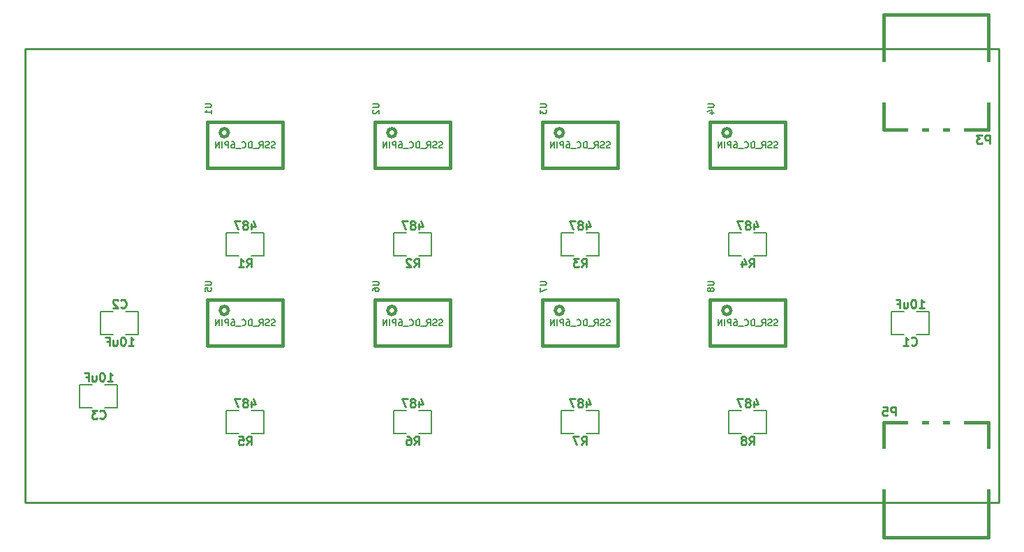
<source format=gbo>
G04 #@! TF.FileFunction,Legend,Bot*
%FSLAX46Y46*%
G04 Gerber Fmt 4.6, Leading zero omitted, Abs format (unit mm)*
G04 Created by KiCad (PCBNEW 0.201603210401+6634~43~ubuntu14.04.1-product) date Fri 08 Apr 2016 01:16:15 PM EDT*
%MOMM*%
G01*
G04 APERTURE LIST*
%ADD10C,0.100000*%
%ADD11C,0.228600*%
%ADD12C,0.381000*%
%ADD13C,0.127000*%
%ADD14C,0.254000*%
%ADD15C,0.190500*%
%ADD16O,1.524000X2.540000*%
%ADD17C,1.930400*%
%ADD18O,4.572000X3.556000*%
%ADD19O,4.064000X5.080000*%
%ADD20O,5.080000X3.556000*%
%ADD21O,5.080000X3.048000*%
%ADD22O,2.032000X1.524000*%
%ADD23O,1.524000X2.032000*%
%ADD24C,3.759200*%
%ADD25O,2.540000X1.524000*%
%ADD26O,1.651000X2.159000*%
%ADD27C,1.600200*%
%ADD28R,1.778000X4.191000*%
%ADD29R,2.997200X5.029200*%
%ADD30R,1.270000X2.032000*%
%ADD31R,2.540000X2.540000*%
%ADD32O,2.540000X2.540000*%
%ADD33R,1.270000X2.540000*%
G04 APERTURE END LIST*
D10*
D11*
X211455000Y-75311000D02*
X93345000Y-75311000D01*
X211455000Y-130429000D02*
X211455000Y-75311000D01*
X93345000Y-130429000D02*
X211455000Y-130429000D01*
X93345000Y-75311000D02*
X93345000Y-130429000D01*
D12*
X210185000Y-71120000D02*
X197485000Y-71120000D01*
X197485000Y-71120000D02*
X197485000Y-85090000D01*
X210185000Y-71120000D02*
X210185000Y-85090000D01*
X210185000Y-85090000D02*
X197485000Y-85090000D01*
X197485000Y-134620000D02*
X210185000Y-134620000D01*
X210185000Y-134620000D02*
X210185000Y-120650000D01*
X197485000Y-134620000D02*
X197485000Y-120650000D01*
X197485000Y-120650000D02*
X210185000Y-120650000D01*
X117983000Y-85471000D02*
G75*
G03X117983000Y-85471000I-508000J0D01*
G01*
X115443000Y-84201000D02*
X124587000Y-84201000D01*
X124587000Y-84201000D02*
X124587000Y-89789000D01*
X124587000Y-89789000D02*
X115443000Y-89789000D01*
X115443000Y-89789000D02*
X115443000Y-84201000D01*
X138303000Y-85471000D02*
G75*
G03X138303000Y-85471000I-508000J0D01*
G01*
X135763000Y-84201000D02*
X144907000Y-84201000D01*
X144907000Y-84201000D02*
X144907000Y-89789000D01*
X144907000Y-89789000D02*
X135763000Y-89789000D01*
X135763000Y-89789000D02*
X135763000Y-84201000D01*
X158623000Y-85471000D02*
G75*
G03X158623000Y-85471000I-508000J0D01*
G01*
X156083000Y-84201000D02*
X165227000Y-84201000D01*
X165227000Y-84201000D02*
X165227000Y-89789000D01*
X165227000Y-89789000D02*
X156083000Y-89789000D01*
X156083000Y-89789000D02*
X156083000Y-84201000D01*
X178943000Y-85471000D02*
G75*
G03X178943000Y-85471000I-508000J0D01*
G01*
X176403000Y-84201000D02*
X185547000Y-84201000D01*
X185547000Y-84201000D02*
X185547000Y-89789000D01*
X185547000Y-89789000D02*
X176403000Y-89789000D01*
X176403000Y-89789000D02*
X176403000Y-84201000D01*
X117983000Y-107061000D02*
G75*
G03X117983000Y-107061000I-508000J0D01*
G01*
X115443000Y-105791000D02*
X124587000Y-105791000D01*
X124587000Y-105791000D02*
X124587000Y-111379000D01*
X124587000Y-111379000D02*
X115443000Y-111379000D01*
X115443000Y-111379000D02*
X115443000Y-105791000D01*
X138303000Y-107061000D02*
G75*
G03X138303000Y-107061000I-508000J0D01*
G01*
X135763000Y-105791000D02*
X144907000Y-105791000D01*
X144907000Y-105791000D02*
X144907000Y-111379000D01*
X144907000Y-111379000D02*
X135763000Y-111379000D01*
X135763000Y-111379000D02*
X135763000Y-105791000D01*
X158623000Y-107061000D02*
G75*
G03X158623000Y-107061000I-508000J0D01*
G01*
X156083000Y-105791000D02*
X165227000Y-105791000D01*
X165227000Y-105791000D02*
X165227000Y-111379000D01*
X165227000Y-111379000D02*
X156083000Y-111379000D01*
X156083000Y-111379000D02*
X156083000Y-105791000D01*
X178943000Y-107061000D02*
G75*
G03X178943000Y-107061000I-508000J0D01*
G01*
X176403000Y-105791000D02*
X185547000Y-105791000D01*
X185547000Y-105791000D02*
X185547000Y-111379000D01*
X185547000Y-111379000D02*
X176403000Y-111379000D01*
X176403000Y-111379000D02*
X176403000Y-105791000D01*
D13*
X180213000Y-122047000D02*
X178689000Y-122047000D01*
X178689000Y-122047000D02*
X178689000Y-119253000D01*
X178689000Y-119253000D02*
X180213000Y-119253000D01*
X181737000Y-119253000D02*
X183261000Y-119253000D01*
X183261000Y-119253000D02*
X183261000Y-122047000D01*
X183261000Y-122047000D02*
X181737000Y-122047000D01*
X159893000Y-122047000D02*
X158369000Y-122047000D01*
X158369000Y-122047000D02*
X158369000Y-119253000D01*
X158369000Y-119253000D02*
X159893000Y-119253000D01*
X161417000Y-119253000D02*
X162941000Y-119253000D01*
X162941000Y-119253000D02*
X162941000Y-122047000D01*
X162941000Y-122047000D02*
X161417000Y-122047000D01*
X139573000Y-122047000D02*
X138049000Y-122047000D01*
X138049000Y-122047000D02*
X138049000Y-119253000D01*
X138049000Y-119253000D02*
X139573000Y-119253000D01*
X141097000Y-119253000D02*
X142621000Y-119253000D01*
X142621000Y-119253000D02*
X142621000Y-122047000D01*
X142621000Y-122047000D02*
X141097000Y-122047000D01*
X119253000Y-122047000D02*
X117729000Y-122047000D01*
X117729000Y-122047000D02*
X117729000Y-119253000D01*
X117729000Y-119253000D02*
X119253000Y-119253000D01*
X120777000Y-119253000D02*
X122301000Y-119253000D01*
X122301000Y-119253000D02*
X122301000Y-122047000D01*
X122301000Y-122047000D02*
X120777000Y-122047000D01*
X180213000Y-100457000D02*
X178689000Y-100457000D01*
X178689000Y-100457000D02*
X178689000Y-97663000D01*
X178689000Y-97663000D02*
X180213000Y-97663000D01*
X181737000Y-97663000D02*
X183261000Y-97663000D01*
X183261000Y-97663000D02*
X183261000Y-100457000D01*
X183261000Y-100457000D02*
X181737000Y-100457000D01*
X159893000Y-100457000D02*
X158369000Y-100457000D01*
X158369000Y-100457000D02*
X158369000Y-97663000D01*
X158369000Y-97663000D02*
X159893000Y-97663000D01*
X161417000Y-97663000D02*
X162941000Y-97663000D01*
X162941000Y-97663000D02*
X162941000Y-100457000D01*
X162941000Y-100457000D02*
X161417000Y-100457000D01*
X139573000Y-100457000D02*
X138049000Y-100457000D01*
X138049000Y-100457000D02*
X138049000Y-97663000D01*
X138049000Y-97663000D02*
X139573000Y-97663000D01*
X141097000Y-97663000D02*
X142621000Y-97663000D01*
X142621000Y-97663000D02*
X142621000Y-100457000D01*
X142621000Y-100457000D02*
X141097000Y-100457000D01*
X119253000Y-100457000D02*
X117729000Y-100457000D01*
X117729000Y-100457000D02*
X117729000Y-97663000D01*
X117729000Y-97663000D02*
X119253000Y-97663000D01*
X120777000Y-97663000D02*
X122301000Y-97663000D01*
X122301000Y-97663000D02*
X122301000Y-100457000D01*
X122301000Y-100457000D02*
X120777000Y-100457000D01*
X101473000Y-118872000D02*
X99949000Y-118872000D01*
X99949000Y-118872000D02*
X99949000Y-116078000D01*
X99949000Y-116078000D02*
X101473000Y-116078000D01*
X102997000Y-116078000D02*
X104521000Y-116078000D01*
X104521000Y-116078000D02*
X104521000Y-118872000D01*
X104521000Y-118872000D02*
X102997000Y-118872000D01*
X105537000Y-107188000D02*
X107061000Y-107188000D01*
X107061000Y-107188000D02*
X107061000Y-109982000D01*
X107061000Y-109982000D02*
X105537000Y-109982000D01*
X104013000Y-109982000D02*
X102489000Y-109982000D01*
X102489000Y-109982000D02*
X102489000Y-107188000D01*
X102489000Y-107188000D02*
X104013000Y-107188000D01*
X199898000Y-109982000D02*
X198374000Y-109982000D01*
X198374000Y-109982000D02*
X198374000Y-107188000D01*
X198374000Y-107188000D02*
X199898000Y-107188000D01*
X201422000Y-107188000D02*
X202946000Y-107188000D01*
X202946000Y-107188000D02*
X202946000Y-109982000D01*
X202946000Y-109982000D02*
X201422000Y-109982000D01*
D14*
X210299904Y-86819619D02*
X210299904Y-85803619D01*
X209912857Y-85803619D01*
X209816095Y-85852000D01*
X209767714Y-85900381D01*
X209719333Y-85997143D01*
X209719333Y-86142286D01*
X209767714Y-86239048D01*
X209816095Y-86287429D01*
X209912857Y-86335810D01*
X210299904Y-86335810D01*
X209380666Y-85803619D02*
X208751714Y-85803619D01*
X209090380Y-86190667D01*
X208945238Y-86190667D01*
X208848476Y-86239048D01*
X208800095Y-86287429D01*
X208751714Y-86384190D01*
X208751714Y-86626095D01*
X208800095Y-86722857D01*
X208848476Y-86771238D01*
X208945238Y-86819619D01*
X209235523Y-86819619D01*
X209332285Y-86771238D01*
X209380666Y-86722857D01*
X198869904Y-119839619D02*
X198869904Y-118823619D01*
X198482857Y-118823619D01*
X198386095Y-118872000D01*
X198337714Y-118920381D01*
X198289333Y-119017143D01*
X198289333Y-119162286D01*
X198337714Y-119259048D01*
X198386095Y-119307429D01*
X198482857Y-119355810D01*
X198869904Y-119355810D01*
X197370095Y-118823619D02*
X197853904Y-118823619D01*
X197902285Y-119307429D01*
X197853904Y-119259048D01*
X197757142Y-119210667D01*
X197515238Y-119210667D01*
X197418476Y-119259048D01*
X197370095Y-119307429D01*
X197321714Y-119404190D01*
X197321714Y-119646095D01*
X197370095Y-119742857D01*
X197418476Y-119791238D01*
X197515238Y-119839619D01*
X197757142Y-119839619D01*
X197853904Y-119791238D01*
X197902285Y-119742857D01*
D15*
X115152714Y-81969429D02*
X115769571Y-81969429D01*
X115842143Y-82005714D01*
X115878429Y-82042000D01*
X115914714Y-82114571D01*
X115914714Y-82259714D01*
X115878429Y-82332286D01*
X115842143Y-82368571D01*
X115769571Y-82404857D01*
X115152714Y-82404857D01*
X115914714Y-83166857D02*
X115914714Y-82731429D01*
X115914714Y-82949143D02*
X115152714Y-82949143D01*
X115261571Y-82876572D01*
X115334143Y-82804000D01*
X115370429Y-82731429D01*
X123643570Y-87303429D02*
X123534713Y-87339714D01*
X123353284Y-87339714D01*
X123280713Y-87303429D01*
X123244427Y-87267143D01*
X123208142Y-87194571D01*
X123208142Y-87122000D01*
X123244427Y-87049429D01*
X123280713Y-87013143D01*
X123353284Y-86976857D01*
X123498427Y-86940571D01*
X123570999Y-86904286D01*
X123607284Y-86868000D01*
X123643570Y-86795429D01*
X123643570Y-86722857D01*
X123607284Y-86650286D01*
X123570999Y-86614000D01*
X123498427Y-86577714D01*
X123316999Y-86577714D01*
X123208142Y-86614000D01*
X122917856Y-87303429D02*
X122808999Y-87339714D01*
X122627570Y-87339714D01*
X122554999Y-87303429D01*
X122518713Y-87267143D01*
X122482428Y-87194571D01*
X122482428Y-87122000D01*
X122518713Y-87049429D01*
X122554999Y-87013143D01*
X122627570Y-86976857D01*
X122772713Y-86940571D01*
X122845285Y-86904286D01*
X122881570Y-86868000D01*
X122917856Y-86795429D01*
X122917856Y-86722857D01*
X122881570Y-86650286D01*
X122845285Y-86614000D01*
X122772713Y-86577714D01*
X122591285Y-86577714D01*
X122482428Y-86614000D01*
X121720428Y-87339714D02*
X121974428Y-86976857D01*
X122155856Y-87339714D02*
X122155856Y-86577714D01*
X121865571Y-86577714D01*
X121792999Y-86614000D01*
X121756714Y-86650286D01*
X121720428Y-86722857D01*
X121720428Y-86831714D01*
X121756714Y-86904286D01*
X121792999Y-86940571D01*
X121865571Y-86976857D01*
X122155856Y-86976857D01*
X121575285Y-87412286D02*
X120994714Y-87412286D01*
X120813285Y-87339714D02*
X120813285Y-86577714D01*
X120631857Y-86577714D01*
X120523000Y-86614000D01*
X120450428Y-86686571D01*
X120414143Y-86759143D01*
X120377857Y-86904286D01*
X120377857Y-87013143D01*
X120414143Y-87158286D01*
X120450428Y-87230857D01*
X120523000Y-87303429D01*
X120631857Y-87339714D01*
X120813285Y-87339714D01*
X119615857Y-87267143D02*
X119652143Y-87303429D01*
X119761000Y-87339714D01*
X119833571Y-87339714D01*
X119942428Y-87303429D01*
X120015000Y-87230857D01*
X120051285Y-87158286D01*
X120087571Y-87013143D01*
X120087571Y-86904286D01*
X120051285Y-86759143D01*
X120015000Y-86686571D01*
X119942428Y-86614000D01*
X119833571Y-86577714D01*
X119761000Y-86577714D01*
X119652143Y-86614000D01*
X119615857Y-86650286D01*
X119470714Y-87412286D02*
X118890143Y-87412286D01*
X118382143Y-86577714D02*
X118527286Y-86577714D01*
X118599857Y-86614000D01*
X118636143Y-86650286D01*
X118708714Y-86759143D01*
X118745000Y-86904286D01*
X118745000Y-87194571D01*
X118708714Y-87267143D01*
X118672429Y-87303429D01*
X118599857Y-87339714D01*
X118454714Y-87339714D01*
X118382143Y-87303429D01*
X118345857Y-87267143D01*
X118309572Y-87194571D01*
X118309572Y-87013143D01*
X118345857Y-86940571D01*
X118382143Y-86904286D01*
X118454714Y-86868000D01*
X118599857Y-86868000D01*
X118672429Y-86904286D01*
X118708714Y-86940571D01*
X118745000Y-87013143D01*
X117983000Y-87339714D02*
X117983000Y-86577714D01*
X117692715Y-86577714D01*
X117620143Y-86614000D01*
X117583858Y-86650286D01*
X117547572Y-86722857D01*
X117547572Y-86831714D01*
X117583858Y-86904286D01*
X117620143Y-86940571D01*
X117692715Y-86976857D01*
X117983000Y-86976857D01*
X117221000Y-87339714D02*
X117221000Y-86577714D01*
X116858143Y-87339714D02*
X116858143Y-86577714D01*
X116422715Y-87339714D01*
X116422715Y-86577714D01*
X135472714Y-81969429D02*
X136089571Y-81969429D01*
X136162143Y-82005714D01*
X136198429Y-82042000D01*
X136234714Y-82114571D01*
X136234714Y-82259714D01*
X136198429Y-82332286D01*
X136162143Y-82368571D01*
X136089571Y-82404857D01*
X135472714Y-82404857D01*
X135545286Y-82731429D02*
X135509000Y-82767715D01*
X135472714Y-82840286D01*
X135472714Y-83021715D01*
X135509000Y-83094286D01*
X135545286Y-83130572D01*
X135617857Y-83166857D01*
X135690429Y-83166857D01*
X135799286Y-83130572D01*
X136234714Y-82695143D01*
X136234714Y-83166857D01*
X143963570Y-87303429D02*
X143854713Y-87339714D01*
X143673284Y-87339714D01*
X143600713Y-87303429D01*
X143564427Y-87267143D01*
X143528142Y-87194571D01*
X143528142Y-87122000D01*
X143564427Y-87049429D01*
X143600713Y-87013143D01*
X143673284Y-86976857D01*
X143818427Y-86940571D01*
X143890999Y-86904286D01*
X143927284Y-86868000D01*
X143963570Y-86795429D01*
X143963570Y-86722857D01*
X143927284Y-86650286D01*
X143890999Y-86614000D01*
X143818427Y-86577714D01*
X143636999Y-86577714D01*
X143528142Y-86614000D01*
X143237856Y-87303429D02*
X143128999Y-87339714D01*
X142947570Y-87339714D01*
X142874999Y-87303429D01*
X142838713Y-87267143D01*
X142802428Y-87194571D01*
X142802428Y-87122000D01*
X142838713Y-87049429D01*
X142874999Y-87013143D01*
X142947570Y-86976857D01*
X143092713Y-86940571D01*
X143165285Y-86904286D01*
X143201570Y-86868000D01*
X143237856Y-86795429D01*
X143237856Y-86722857D01*
X143201570Y-86650286D01*
X143165285Y-86614000D01*
X143092713Y-86577714D01*
X142911285Y-86577714D01*
X142802428Y-86614000D01*
X142040428Y-87339714D02*
X142294428Y-86976857D01*
X142475856Y-87339714D02*
X142475856Y-86577714D01*
X142185571Y-86577714D01*
X142112999Y-86614000D01*
X142076714Y-86650286D01*
X142040428Y-86722857D01*
X142040428Y-86831714D01*
X142076714Y-86904286D01*
X142112999Y-86940571D01*
X142185571Y-86976857D01*
X142475856Y-86976857D01*
X141895285Y-87412286D02*
X141314714Y-87412286D01*
X141133285Y-87339714D02*
X141133285Y-86577714D01*
X140951857Y-86577714D01*
X140843000Y-86614000D01*
X140770428Y-86686571D01*
X140734143Y-86759143D01*
X140697857Y-86904286D01*
X140697857Y-87013143D01*
X140734143Y-87158286D01*
X140770428Y-87230857D01*
X140843000Y-87303429D01*
X140951857Y-87339714D01*
X141133285Y-87339714D01*
X139935857Y-87267143D02*
X139972143Y-87303429D01*
X140081000Y-87339714D01*
X140153571Y-87339714D01*
X140262428Y-87303429D01*
X140335000Y-87230857D01*
X140371285Y-87158286D01*
X140407571Y-87013143D01*
X140407571Y-86904286D01*
X140371285Y-86759143D01*
X140335000Y-86686571D01*
X140262428Y-86614000D01*
X140153571Y-86577714D01*
X140081000Y-86577714D01*
X139972143Y-86614000D01*
X139935857Y-86650286D01*
X139790714Y-87412286D02*
X139210143Y-87412286D01*
X138702143Y-86577714D02*
X138847286Y-86577714D01*
X138919857Y-86614000D01*
X138956143Y-86650286D01*
X139028714Y-86759143D01*
X139065000Y-86904286D01*
X139065000Y-87194571D01*
X139028714Y-87267143D01*
X138992429Y-87303429D01*
X138919857Y-87339714D01*
X138774714Y-87339714D01*
X138702143Y-87303429D01*
X138665857Y-87267143D01*
X138629572Y-87194571D01*
X138629572Y-87013143D01*
X138665857Y-86940571D01*
X138702143Y-86904286D01*
X138774714Y-86868000D01*
X138919857Y-86868000D01*
X138992429Y-86904286D01*
X139028714Y-86940571D01*
X139065000Y-87013143D01*
X138303000Y-87339714D02*
X138303000Y-86577714D01*
X138012715Y-86577714D01*
X137940143Y-86614000D01*
X137903858Y-86650286D01*
X137867572Y-86722857D01*
X137867572Y-86831714D01*
X137903858Y-86904286D01*
X137940143Y-86940571D01*
X138012715Y-86976857D01*
X138303000Y-86976857D01*
X137541000Y-87339714D02*
X137541000Y-86577714D01*
X137178143Y-87339714D02*
X137178143Y-86577714D01*
X136742715Y-87339714D01*
X136742715Y-86577714D01*
X155792714Y-81969429D02*
X156409571Y-81969429D01*
X156482143Y-82005714D01*
X156518429Y-82042000D01*
X156554714Y-82114571D01*
X156554714Y-82259714D01*
X156518429Y-82332286D01*
X156482143Y-82368571D01*
X156409571Y-82404857D01*
X155792714Y-82404857D01*
X155792714Y-82695143D02*
X155792714Y-83166857D01*
X156083000Y-82912857D01*
X156083000Y-83021715D01*
X156119286Y-83094286D01*
X156155571Y-83130572D01*
X156228143Y-83166857D01*
X156409571Y-83166857D01*
X156482143Y-83130572D01*
X156518429Y-83094286D01*
X156554714Y-83021715D01*
X156554714Y-82804000D01*
X156518429Y-82731429D01*
X156482143Y-82695143D01*
X164283570Y-87303429D02*
X164174713Y-87339714D01*
X163993284Y-87339714D01*
X163920713Y-87303429D01*
X163884427Y-87267143D01*
X163848142Y-87194571D01*
X163848142Y-87122000D01*
X163884427Y-87049429D01*
X163920713Y-87013143D01*
X163993284Y-86976857D01*
X164138427Y-86940571D01*
X164210999Y-86904286D01*
X164247284Y-86868000D01*
X164283570Y-86795429D01*
X164283570Y-86722857D01*
X164247284Y-86650286D01*
X164210999Y-86614000D01*
X164138427Y-86577714D01*
X163956999Y-86577714D01*
X163848142Y-86614000D01*
X163557856Y-87303429D02*
X163448999Y-87339714D01*
X163267570Y-87339714D01*
X163194999Y-87303429D01*
X163158713Y-87267143D01*
X163122428Y-87194571D01*
X163122428Y-87122000D01*
X163158713Y-87049429D01*
X163194999Y-87013143D01*
X163267570Y-86976857D01*
X163412713Y-86940571D01*
X163485285Y-86904286D01*
X163521570Y-86868000D01*
X163557856Y-86795429D01*
X163557856Y-86722857D01*
X163521570Y-86650286D01*
X163485285Y-86614000D01*
X163412713Y-86577714D01*
X163231285Y-86577714D01*
X163122428Y-86614000D01*
X162360428Y-87339714D02*
X162614428Y-86976857D01*
X162795856Y-87339714D02*
X162795856Y-86577714D01*
X162505571Y-86577714D01*
X162432999Y-86614000D01*
X162396714Y-86650286D01*
X162360428Y-86722857D01*
X162360428Y-86831714D01*
X162396714Y-86904286D01*
X162432999Y-86940571D01*
X162505571Y-86976857D01*
X162795856Y-86976857D01*
X162215285Y-87412286D02*
X161634714Y-87412286D01*
X161453285Y-87339714D02*
X161453285Y-86577714D01*
X161271857Y-86577714D01*
X161163000Y-86614000D01*
X161090428Y-86686571D01*
X161054143Y-86759143D01*
X161017857Y-86904286D01*
X161017857Y-87013143D01*
X161054143Y-87158286D01*
X161090428Y-87230857D01*
X161163000Y-87303429D01*
X161271857Y-87339714D01*
X161453285Y-87339714D01*
X160255857Y-87267143D02*
X160292143Y-87303429D01*
X160401000Y-87339714D01*
X160473571Y-87339714D01*
X160582428Y-87303429D01*
X160655000Y-87230857D01*
X160691285Y-87158286D01*
X160727571Y-87013143D01*
X160727571Y-86904286D01*
X160691285Y-86759143D01*
X160655000Y-86686571D01*
X160582428Y-86614000D01*
X160473571Y-86577714D01*
X160401000Y-86577714D01*
X160292143Y-86614000D01*
X160255857Y-86650286D01*
X160110714Y-87412286D02*
X159530143Y-87412286D01*
X159022143Y-86577714D02*
X159167286Y-86577714D01*
X159239857Y-86614000D01*
X159276143Y-86650286D01*
X159348714Y-86759143D01*
X159385000Y-86904286D01*
X159385000Y-87194571D01*
X159348714Y-87267143D01*
X159312429Y-87303429D01*
X159239857Y-87339714D01*
X159094714Y-87339714D01*
X159022143Y-87303429D01*
X158985857Y-87267143D01*
X158949572Y-87194571D01*
X158949572Y-87013143D01*
X158985857Y-86940571D01*
X159022143Y-86904286D01*
X159094714Y-86868000D01*
X159239857Y-86868000D01*
X159312429Y-86904286D01*
X159348714Y-86940571D01*
X159385000Y-87013143D01*
X158623000Y-87339714D02*
X158623000Y-86577714D01*
X158332715Y-86577714D01*
X158260143Y-86614000D01*
X158223858Y-86650286D01*
X158187572Y-86722857D01*
X158187572Y-86831714D01*
X158223858Y-86904286D01*
X158260143Y-86940571D01*
X158332715Y-86976857D01*
X158623000Y-86976857D01*
X157861000Y-87339714D02*
X157861000Y-86577714D01*
X157498143Y-87339714D02*
X157498143Y-86577714D01*
X157062715Y-87339714D01*
X157062715Y-86577714D01*
X176112714Y-81969429D02*
X176729571Y-81969429D01*
X176802143Y-82005714D01*
X176838429Y-82042000D01*
X176874714Y-82114571D01*
X176874714Y-82259714D01*
X176838429Y-82332286D01*
X176802143Y-82368571D01*
X176729571Y-82404857D01*
X176112714Y-82404857D01*
X176366714Y-83094286D02*
X176874714Y-83094286D01*
X176076429Y-82912857D02*
X176620714Y-82731429D01*
X176620714Y-83203143D01*
X184603570Y-87303429D02*
X184494713Y-87339714D01*
X184313284Y-87339714D01*
X184240713Y-87303429D01*
X184204427Y-87267143D01*
X184168142Y-87194571D01*
X184168142Y-87122000D01*
X184204427Y-87049429D01*
X184240713Y-87013143D01*
X184313284Y-86976857D01*
X184458427Y-86940571D01*
X184530999Y-86904286D01*
X184567284Y-86868000D01*
X184603570Y-86795429D01*
X184603570Y-86722857D01*
X184567284Y-86650286D01*
X184530999Y-86614000D01*
X184458427Y-86577714D01*
X184276999Y-86577714D01*
X184168142Y-86614000D01*
X183877856Y-87303429D02*
X183768999Y-87339714D01*
X183587570Y-87339714D01*
X183514999Y-87303429D01*
X183478713Y-87267143D01*
X183442428Y-87194571D01*
X183442428Y-87122000D01*
X183478713Y-87049429D01*
X183514999Y-87013143D01*
X183587570Y-86976857D01*
X183732713Y-86940571D01*
X183805285Y-86904286D01*
X183841570Y-86868000D01*
X183877856Y-86795429D01*
X183877856Y-86722857D01*
X183841570Y-86650286D01*
X183805285Y-86614000D01*
X183732713Y-86577714D01*
X183551285Y-86577714D01*
X183442428Y-86614000D01*
X182680428Y-87339714D02*
X182934428Y-86976857D01*
X183115856Y-87339714D02*
X183115856Y-86577714D01*
X182825571Y-86577714D01*
X182752999Y-86614000D01*
X182716714Y-86650286D01*
X182680428Y-86722857D01*
X182680428Y-86831714D01*
X182716714Y-86904286D01*
X182752999Y-86940571D01*
X182825571Y-86976857D01*
X183115856Y-86976857D01*
X182535285Y-87412286D02*
X181954714Y-87412286D01*
X181773285Y-87339714D02*
X181773285Y-86577714D01*
X181591857Y-86577714D01*
X181483000Y-86614000D01*
X181410428Y-86686571D01*
X181374143Y-86759143D01*
X181337857Y-86904286D01*
X181337857Y-87013143D01*
X181374143Y-87158286D01*
X181410428Y-87230857D01*
X181483000Y-87303429D01*
X181591857Y-87339714D01*
X181773285Y-87339714D01*
X180575857Y-87267143D02*
X180612143Y-87303429D01*
X180721000Y-87339714D01*
X180793571Y-87339714D01*
X180902428Y-87303429D01*
X180975000Y-87230857D01*
X181011285Y-87158286D01*
X181047571Y-87013143D01*
X181047571Y-86904286D01*
X181011285Y-86759143D01*
X180975000Y-86686571D01*
X180902428Y-86614000D01*
X180793571Y-86577714D01*
X180721000Y-86577714D01*
X180612143Y-86614000D01*
X180575857Y-86650286D01*
X180430714Y-87412286D02*
X179850143Y-87412286D01*
X179342143Y-86577714D02*
X179487286Y-86577714D01*
X179559857Y-86614000D01*
X179596143Y-86650286D01*
X179668714Y-86759143D01*
X179705000Y-86904286D01*
X179705000Y-87194571D01*
X179668714Y-87267143D01*
X179632429Y-87303429D01*
X179559857Y-87339714D01*
X179414714Y-87339714D01*
X179342143Y-87303429D01*
X179305857Y-87267143D01*
X179269572Y-87194571D01*
X179269572Y-87013143D01*
X179305857Y-86940571D01*
X179342143Y-86904286D01*
X179414714Y-86868000D01*
X179559857Y-86868000D01*
X179632429Y-86904286D01*
X179668714Y-86940571D01*
X179705000Y-87013143D01*
X178943000Y-87339714D02*
X178943000Y-86577714D01*
X178652715Y-86577714D01*
X178580143Y-86614000D01*
X178543858Y-86650286D01*
X178507572Y-86722857D01*
X178507572Y-86831714D01*
X178543858Y-86904286D01*
X178580143Y-86940571D01*
X178652715Y-86976857D01*
X178943000Y-86976857D01*
X178181000Y-87339714D02*
X178181000Y-86577714D01*
X177818143Y-87339714D02*
X177818143Y-86577714D01*
X177382715Y-87339714D01*
X177382715Y-86577714D01*
X115152714Y-103559429D02*
X115769571Y-103559429D01*
X115842143Y-103595714D01*
X115878429Y-103632000D01*
X115914714Y-103704571D01*
X115914714Y-103849714D01*
X115878429Y-103922286D01*
X115842143Y-103958571D01*
X115769571Y-103994857D01*
X115152714Y-103994857D01*
X115152714Y-104720572D02*
X115152714Y-104357715D01*
X115515571Y-104321429D01*
X115479286Y-104357715D01*
X115443000Y-104430286D01*
X115443000Y-104611715D01*
X115479286Y-104684286D01*
X115515571Y-104720572D01*
X115588143Y-104756857D01*
X115769571Y-104756857D01*
X115842143Y-104720572D01*
X115878429Y-104684286D01*
X115914714Y-104611715D01*
X115914714Y-104430286D01*
X115878429Y-104357715D01*
X115842143Y-104321429D01*
X123643570Y-108893429D02*
X123534713Y-108929714D01*
X123353284Y-108929714D01*
X123280713Y-108893429D01*
X123244427Y-108857143D01*
X123208142Y-108784571D01*
X123208142Y-108712000D01*
X123244427Y-108639429D01*
X123280713Y-108603143D01*
X123353284Y-108566857D01*
X123498427Y-108530571D01*
X123570999Y-108494286D01*
X123607284Y-108458000D01*
X123643570Y-108385429D01*
X123643570Y-108312857D01*
X123607284Y-108240286D01*
X123570999Y-108204000D01*
X123498427Y-108167714D01*
X123316999Y-108167714D01*
X123208142Y-108204000D01*
X122917856Y-108893429D02*
X122808999Y-108929714D01*
X122627570Y-108929714D01*
X122554999Y-108893429D01*
X122518713Y-108857143D01*
X122482428Y-108784571D01*
X122482428Y-108712000D01*
X122518713Y-108639429D01*
X122554999Y-108603143D01*
X122627570Y-108566857D01*
X122772713Y-108530571D01*
X122845285Y-108494286D01*
X122881570Y-108458000D01*
X122917856Y-108385429D01*
X122917856Y-108312857D01*
X122881570Y-108240286D01*
X122845285Y-108204000D01*
X122772713Y-108167714D01*
X122591285Y-108167714D01*
X122482428Y-108204000D01*
X121720428Y-108929714D02*
X121974428Y-108566857D01*
X122155856Y-108929714D02*
X122155856Y-108167714D01*
X121865571Y-108167714D01*
X121792999Y-108204000D01*
X121756714Y-108240286D01*
X121720428Y-108312857D01*
X121720428Y-108421714D01*
X121756714Y-108494286D01*
X121792999Y-108530571D01*
X121865571Y-108566857D01*
X122155856Y-108566857D01*
X121575285Y-109002286D02*
X120994714Y-109002286D01*
X120813285Y-108929714D02*
X120813285Y-108167714D01*
X120631857Y-108167714D01*
X120523000Y-108204000D01*
X120450428Y-108276571D01*
X120414143Y-108349143D01*
X120377857Y-108494286D01*
X120377857Y-108603143D01*
X120414143Y-108748286D01*
X120450428Y-108820857D01*
X120523000Y-108893429D01*
X120631857Y-108929714D01*
X120813285Y-108929714D01*
X119615857Y-108857143D02*
X119652143Y-108893429D01*
X119761000Y-108929714D01*
X119833571Y-108929714D01*
X119942428Y-108893429D01*
X120015000Y-108820857D01*
X120051285Y-108748286D01*
X120087571Y-108603143D01*
X120087571Y-108494286D01*
X120051285Y-108349143D01*
X120015000Y-108276571D01*
X119942428Y-108204000D01*
X119833571Y-108167714D01*
X119761000Y-108167714D01*
X119652143Y-108204000D01*
X119615857Y-108240286D01*
X119470714Y-109002286D02*
X118890143Y-109002286D01*
X118382143Y-108167714D02*
X118527286Y-108167714D01*
X118599857Y-108204000D01*
X118636143Y-108240286D01*
X118708714Y-108349143D01*
X118745000Y-108494286D01*
X118745000Y-108784571D01*
X118708714Y-108857143D01*
X118672429Y-108893429D01*
X118599857Y-108929714D01*
X118454714Y-108929714D01*
X118382143Y-108893429D01*
X118345857Y-108857143D01*
X118309572Y-108784571D01*
X118309572Y-108603143D01*
X118345857Y-108530571D01*
X118382143Y-108494286D01*
X118454714Y-108458000D01*
X118599857Y-108458000D01*
X118672429Y-108494286D01*
X118708714Y-108530571D01*
X118745000Y-108603143D01*
X117983000Y-108929714D02*
X117983000Y-108167714D01*
X117692715Y-108167714D01*
X117620143Y-108204000D01*
X117583858Y-108240286D01*
X117547572Y-108312857D01*
X117547572Y-108421714D01*
X117583858Y-108494286D01*
X117620143Y-108530571D01*
X117692715Y-108566857D01*
X117983000Y-108566857D01*
X117221000Y-108929714D02*
X117221000Y-108167714D01*
X116858143Y-108929714D02*
X116858143Y-108167714D01*
X116422715Y-108929714D01*
X116422715Y-108167714D01*
X135472714Y-103559429D02*
X136089571Y-103559429D01*
X136162143Y-103595714D01*
X136198429Y-103632000D01*
X136234714Y-103704571D01*
X136234714Y-103849714D01*
X136198429Y-103922286D01*
X136162143Y-103958571D01*
X136089571Y-103994857D01*
X135472714Y-103994857D01*
X135472714Y-104684286D02*
X135472714Y-104539143D01*
X135509000Y-104466572D01*
X135545286Y-104430286D01*
X135654143Y-104357715D01*
X135799286Y-104321429D01*
X136089571Y-104321429D01*
X136162143Y-104357715D01*
X136198429Y-104394000D01*
X136234714Y-104466572D01*
X136234714Y-104611715D01*
X136198429Y-104684286D01*
X136162143Y-104720572D01*
X136089571Y-104756857D01*
X135908143Y-104756857D01*
X135835571Y-104720572D01*
X135799286Y-104684286D01*
X135763000Y-104611715D01*
X135763000Y-104466572D01*
X135799286Y-104394000D01*
X135835571Y-104357715D01*
X135908143Y-104321429D01*
X143963570Y-108893429D02*
X143854713Y-108929714D01*
X143673284Y-108929714D01*
X143600713Y-108893429D01*
X143564427Y-108857143D01*
X143528142Y-108784571D01*
X143528142Y-108712000D01*
X143564427Y-108639429D01*
X143600713Y-108603143D01*
X143673284Y-108566857D01*
X143818427Y-108530571D01*
X143890999Y-108494286D01*
X143927284Y-108458000D01*
X143963570Y-108385429D01*
X143963570Y-108312857D01*
X143927284Y-108240286D01*
X143890999Y-108204000D01*
X143818427Y-108167714D01*
X143636999Y-108167714D01*
X143528142Y-108204000D01*
X143237856Y-108893429D02*
X143128999Y-108929714D01*
X142947570Y-108929714D01*
X142874999Y-108893429D01*
X142838713Y-108857143D01*
X142802428Y-108784571D01*
X142802428Y-108712000D01*
X142838713Y-108639429D01*
X142874999Y-108603143D01*
X142947570Y-108566857D01*
X143092713Y-108530571D01*
X143165285Y-108494286D01*
X143201570Y-108458000D01*
X143237856Y-108385429D01*
X143237856Y-108312857D01*
X143201570Y-108240286D01*
X143165285Y-108204000D01*
X143092713Y-108167714D01*
X142911285Y-108167714D01*
X142802428Y-108204000D01*
X142040428Y-108929714D02*
X142294428Y-108566857D01*
X142475856Y-108929714D02*
X142475856Y-108167714D01*
X142185571Y-108167714D01*
X142112999Y-108204000D01*
X142076714Y-108240286D01*
X142040428Y-108312857D01*
X142040428Y-108421714D01*
X142076714Y-108494286D01*
X142112999Y-108530571D01*
X142185571Y-108566857D01*
X142475856Y-108566857D01*
X141895285Y-109002286D02*
X141314714Y-109002286D01*
X141133285Y-108929714D02*
X141133285Y-108167714D01*
X140951857Y-108167714D01*
X140843000Y-108204000D01*
X140770428Y-108276571D01*
X140734143Y-108349143D01*
X140697857Y-108494286D01*
X140697857Y-108603143D01*
X140734143Y-108748286D01*
X140770428Y-108820857D01*
X140843000Y-108893429D01*
X140951857Y-108929714D01*
X141133285Y-108929714D01*
X139935857Y-108857143D02*
X139972143Y-108893429D01*
X140081000Y-108929714D01*
X140153571Y-108929714D01*
X140262428Y-108893429D01*
X140335000Y-108820857D01*
X140371285Y-108748286D01*
X140407571Y-108603143D01*
X140407571Y-108494286D01*
X140371285Y-108349143D01*
X140335000Y-108276571D01*
X140262428Y-108204000D01*
X140153571Y-108167714D01*
X140081000Y-108167714D01*
X139972143Y-108204000D01*
X139935857Y-108240286D01*
X139790714Y-109002286D02*
X139210143Y-109002286D01*
X138702143Y-108167714D02*
X138847286Y-108167714D01*
X138919857Y-108204000D01*
X138956143Y-108240286D01*
X139028714Y-108349143D01*
X139065000Y-108494286D01*
X139065000Y-108784571D01*
X139028714Y-108857143D01*
X138992429Y-108893429D01*
X138919857Y-108929714D01*
X138774714Y-108929714D01*
X138702143Y-108893429D01*
X138665857Y-108857143D01*
X138629572Y-108784571D01*
X138629572Y-108603143D01*
X138665857Y-108530571D01*
X138702143Y-108494286D01*
X138774714Y-108458000D01*
X138919857Y-108458000D01*
X138992429Y-108494286D01*
X139028714Y-108530571D01*
X139065000Y-108603143D01*
X138303000Y-108929714D02*
X138303000Y-108167714D01*
X138012715Y-108167714D01*
X137940143Y-108204000D01*
X137903858Y-108240286D01*
X137867572Y-108312857D01*
X137867572Y-108421714D01*
X137903858Y-108494286D01*
X137940143Y-108530571D01*
X138012715Y-108566857D01*
X138303000Y-108566857D01*
X137541000Y-108929714D02*
X137541000Y-108167714D01*
X137178143Y-108929714D02*
X137178143Y-108167714D01*
X136742715Y-108929714D01*
X136742715Y-108167714D01*
X155792714Y-103559429D02*
X156409571Y-103559429D01*
X156482143Y-103595714D01*
X156518429Y-103632000D01*
X156554714Y-103704571D01*
X156554714Y-103849714D01*
X156518429Y-103922286D01*
X156482143Y-103958571D01*
X156409571Y-103994857D01*
X155792714Y-103994857D01*
X155792714Y-104285143D02*
X155792714Y-104793143D01*
X156554714Y-104466572D01*
X164283570Y-108893429D02*
X164174713Y-108929714D01*
X163993284Y-108929714D01*
X163920713Y-108893429D01*
X163884427Y-108857143D01*
X163848142Y-108784571D01*
X163848142Y-108712000D01*
X163884427Y-108639429D01*
X163920713Y-108603143D01*
X163993284Y-108566857D01*
X164138427Y-108530571D01*
X164210999Y-108494286D01*
X164247284Y-108458000D01*
X164283570Y-108385429D01*
X164283570Y-108312857D01*
X164247284Y-108240286D01*
X164210999Y-108204000D01*
X164138427Y-108167714D01*
X163956999Y-108167714D01*
X163848142Y-108204000D01*
X163557856Y-108893429D02*
X163448999Y-108929714D01*
X163267570Y-108929714D01*
X163194999Y-108893429D01*
X163158713Y-108857143D01*
X163122428Y-108784571D01*
X163122428Y-108712000D01*
X163158713Y-108639429D01*
X163194999Y-108603143D01*
X163267570Y-108566857D01*
X163412713Y-108530571D01*
X163485285Y-108494286D01*
X163521570Y-108458000D01*
X163557856Y-108385429D01*
X163557856Y-108312857D01*
X163521570Y-108240286D01*
X163485285Y-108204000D01*
X163412713Y-108167714D01*
X163231285Y-108167714D01*
X163122428Y-108204000D01*
X162360428Y-108929714D02*
X162614428Y-108566857D01*
X162795856Y-108929714D02*
X162795856Y-108167714D01*
X162505571Y-108167714D01*
X162432999Y-108204000D01*
X162396714Y-108240286D01*
X162360428Y-108312857D01*
X162360428Y-108421714D01*
X162396714Y-108494286D01*
X162432999Y-108530571D01*
X162505571Y-108566857D01*
X162795856Y-108566857D01*
X162215285Y-109002286D02*
X161634714Y-109002286D01*
X161453285Y-108929714D02*
X161453285Y-108167714D01*
X161271857Y-108167714D01*
X161163000Y-108204000D01*
X161090428Y-108276571D01*
X161054143Y-108349143D01*
X161017857Y-108494286D01*
X161017857Y-108603143D01*
X161054143Y-108748286D01*
X161090428Y-108820857D01*
X161163000Y-108893429D01*
X161271857Y-108929714D01*
X161453285Y-108929714D01*
X160255857Y-108857143D02*
X160292143Y-108893429D01*
X160401000Y-108929714D01*
X160473571Y-108929714D01*
X160582428Y-108893429D01*
X160655000Y-108820857D01*
X160691285Y-108748286D01*
X160727571Y-108603143D01*
X160727571Y-108494286D01*
X160691285Y-108349143D01*
X160655000Y-108276571D01*
X160582428Y-108204000D01*
X160473571Y-108167714D01*
X160401000Y-108167714D01*
X160292143Y-108204000D01*
X160255857Y-108240286D01*
X160110714Y-109002286D02*
X159530143Y-109002286D01*
X159022143Y-108167714D02*
X159167286Y-108167714D01*
X159239857Y-108204000D01*
X159276143Y-108240286D01*
X159348714Y-108349143D01*
X159385000Y-108494286D01*
X159385000Y-108784571D01*
X159348714Y-108857143D01*
X159312429Y-108893429D01*
X159239857Y-108929714D01*
X159094714Y-108929714D01*
X159022143Y-108893429D01*
X158985857Y-108857143D01*
X158949572Y-108784571D01*
X158949572Y-108603143D01*
X158985857Y-108530571D01*
X159022143Y-108494286D01*
X159094714Y-108458000D01*
X159239857Y-108458000D01*
X159312429Y-108494286D01*
X159348714Y-108530571D01*
X159385000Y-108603143D01*
X158623000Y-108929714D02*
X158623000Y-108167714D01*
X158332715Y-108167714D01*
X158260143Y-108204000D01*
X158223858Y-108240286D01*
X158187572Y-108312857D01*
X158187572Y-108421714D01*
X158223858Y-108494286D01*
X158260143Y-108530571D01*
X158332715Y-108566857D01*
X158623000Y-108566857D01*
X157861000Y-108929714D02*
X157861000Y-108167714D01*
X157498143Y-108929714D02*
X157498143Y-108167714D01*
X157062715Y-108929714D01*
X157062715Y-108167714D01*
X176112714Y-103559429D02*
X176729571Y-103559429D01*
X176802143Y-103595714D01*
X176838429Y-103632000D01*
X176874714Y-103704571D01*
X176874714Y-103849714D01*
X176838429Y-103922286D01*
X176802143Y-103958571D01*
X176729571Y-103994857D01*
X176112714Y-103994857D01*
X176439286Y-104466572D02*
X176403000Y-104394000D01*
X176366714Y-104357715D01*
X176294143Y-104321429D01*
X176257857Y-104321429D01*
X176185286Y-104357715D01*
X176149000Y-104394000D01*
X176112714Y-104466572D01*
X176112714Y-104611715D01*
X176149000Y-104684286D01*
X176185286Y-104720572D01*
X176257857Y-104756857D01*
X176294143Y-104756857D01*
X176366714Y-104720572D01*
X176403000Y-104684286D01*
X176439286Y-104611715D01*
X176439286Y-104466572D01*
X176475571Y-104394000D01*
X176511857Y-104357715D01*
X176584429Y-104321429D01*
X176729571Y-104321429D01*
X176802143Y-104357715D01*
X176838429Y-104394000D01*
X176874714Y-104466572D01*
X176874714Y-104611715D01*
X176838429Y-104684286D01*
X176802143Y-104720572D01*
X176729571Y-104756857D01*
X176584429Y-104756857D01*
X176511857Y-104720572D01*
X176475571Y-104684286D01*
X176439286Y-104611715D01*
X184603570Y-108893429D02*
X184494713Y-108929714D01*
X184313284Y-108929714D01*
X184240713Y-108893429D01*
X184204427Y-108857143D01*
X184168142Y-108784571D01*
X184168142Y-108712000D01*
X184204427Y-108639429D01*
X184240713Y-108603143D01*
X184313284Y-108566857D01*
X184458427Y-108530571D01*
X184530999Y-108494286D01*
X184567284Y-108458000D01*
X184603570Y-108385429D01*
X184603570Y-108312857D01*
X184567284Y-108240286D01*
X184530999Y-108204000D01*
X184458427Y-108167714D01*
X184276999Y-108167714D01*
X184168142Y-108204000D01*
X183877856Y-108893429D02*
X183768999Y-108929714D01*
X183587570Y-108929714D01*
X183514999Y-108893429D01*
X183478713Y-108857143D01*
X183442428Y-108784571D01*
X183442428Y-108712000D01*
X183478713Y-108639429D01*
X183514999Y-108603143D01*
X183587570Y-108566857D01*
X183732713Y-108530571D01*
X183805285Y-108494286D01*
X183841570Y-108458000D01*
X183877856Y-108385429D01*
X183877856Y-108312857D01*
X183841570Y-108240286D01*
X183805285Y-108204000D01*
X183732713Y-108167714D01*
X183551285Y-108167714D01*
X183442428Y-108204000D01*
X182680428Y-108929714D02*
X182934428Y-108566857D01*
X183115856Y-108929714D02*
X183115856Y-108167714D01*
X182825571Y-108167714D01*
X182752999Y-108204000D01*
X182716714Y-108240286D01*
X182680428Y-108312857D01*
X182680428Y-108421714D01*
X182716714Y-108494286D01*
X182752999Y-108530571D01*
X182825571Y-108566857D01*
X183115856Y-108566857D01*
X182535285Y-109002286D02*
X181954714Y-109002286D01*
X181773285Y-108929714D02*
X181773285Y-108167714D01*
X181591857Y-108167714D01*
X181483000Y-108204000D01*
X181410428Y-108276571D01*
X181374143Y-108349143D01*
X181337857Y-108494286D01*
X181337857Y-108603143D01*
X181374143Y-108748286D01*
X181410428Y-108820857D01*
X181483000Y-108893429D01*
X181591857Y-108929714D01*
X181773285Y-108929714D01*
X180575857Y-108857143D02*
X180612143Y-108893429D01*
X180721000Y-108929714D01*
X180793571Y-108929714D01*
X180902428Y-108893429D01*
X180975000Y-108820857D01*
X181011285Y-108748286D01*
X181047571Y-108603143D01*
X181047571Y-108494286D01*
X181011285Y-108349143D01*
X180975000Y-108276571D01*
X180902428Y-108204000D01*
X180793571Y-108167714D01*
X180721000Y-108167714D01*
X180612143Y-108204000D01*
X180575857Y-108240286D01*
X180430714Y-109002286D02*
X179850143Y-109002286D01*
X179342143Y-108167714D02*
X179487286Y-108167714D01*
X179559857Y-108204000D01*
X179596143Y-108240286D01*
X179668714Y-108349143D01*
X179705000Y-108494286D01*
X179705000Y-108784571D01*
X179668714Y-108857143D01*
X179632429Y-108893429D01*
X179559857Y-108929714D01*
X179414714Y-108929714D01*
X179342143Y-108893429D01*
X179305857Y-108857143D01*
X179269572Y-108784571D01*
X179269572Y-108603143D01*
X179305857Y-108530571D01*
X179342143Y-108494286D01*
X179414714Y-108458000D01*
X179559857Y-108458000D01*
X179632429Y-108494286D01*
X179668714Y-108530571D01*
X179705000Y-108603143D01*
X178943000Y-108929714D02*
X178943000Y-108167714D01*
X178652715Y-108167714D01*
X178580143Y-108204000D01*
X178543858Y-108240286D01*
X178507572Y-108312857D01*
X178507572Y-108421714D01*
X178543858Y-108494286D01*
X178580143Y-108530571D01*
X178652715Y-108566857D01*
X178943000Y-108566857D01*
X178181000Y-108929714D02*
X178181000Y-108167714D01*
X177818143Y-108929714D02*
X177818143Y-108167714D01*
X177382715Y-108929714D01*
X177382715Y-108167714D01*
D14*
X181144333Y-123395619D02*
X181482999Y-122911810D01*
X181724904Y-123395619D02*
X181724904Y-122379619D01*
X181337857Y-122379619D01*
X181241095Y-122428000D01*
X181192714Y-122476381D01*
X181144333Y-122573143D01*
X181144333Y-122718286D01*
X181192714Y-122815048D01*
X181241095Y-122863429D01*
X181337857Y-122911810D01*
X181724904Y-122911810D01*
X180563761Y-122815048D02*
X180660523Y-122766667D01*
X180708904Y-122718286D01*
X180757285Y-122621524D01*
X180757285Y-122573143D01*
X180708904Y-122476381D01*
X180660523Y-122428000D01*
X180563761Y-122379619D01*
X180370238Y-122379619D01*
X180273476Y-122428000D01*
X180225095Y-122476381D01*
X180176714Y-122573143D01*
X180176714Y-122621524D01*
X180225095Y-122718286D01*
X180273476Y-122766667D01*
X180370238Y-122815048D01*
X180563761Y-122815048D01*
X180660523Y-122863429D01*
X180708904Y-122911810D01*
X180757285Y-123008571D01*
X180757285Y-123202095D01*
X180708904Y-123298857D01*
X180660523Y-123347238D01*
X180563761Y-123395619D01*
X180370238Y-123395619D01*
X180273476Y-123347238D01*
X180225095Y-123298857D01*
X180176714Y-123202095D01*
X180176714Y-123008571D01*
X180225095Y-122911810D01*
X180273476Y-122863429D01*
X180370238Y-122815048D01*
X181749095Y-118146286D02*
X181749095Y-118823619D01*
X181990999Y-117759238D02*
X182232904Y-118484952D01*
X181603952Y-118484952D01*
X181071761Y-118243048D02*
X181168523Y-118194667D01*
X181216904Y-118146286D01*
X181265285Y-118049524D01*
X181265285Y-118001143D01*
X181216904Y-117904381D01*
X181168523Y-117856000D01*
X181071761Y-117807619D01*
X180878238Y-117807619D01*
X180781476Y-117856000D01*
X180733095Y-117904381D01*
X180684714Y-118001143D01*
X180684714Y-118049524D01*
X180733095Y-118146286D01*
X180781476Y-118194667D01*
X180878238Y-118243048D01*
X181071761Y-118243048D01*
X181168523Y-118291429D01*
X181216904Y-118339810D01*
X181265285Y-118436571D01*
X181265285Y-118630095D01*
X181216904Y-118726857D01*
X181168523Y-118775238D01*
X181071761Y-118823619D01*
X180878238Y-118823619D01*
X180781476Y-118775238D01*
X180733095Y-118726857D01*
X180684714Y-118630095D01*
X180684714Y-118436571D01*
X180733095Y-118339810D01*
X180781476Y-118291429D01*
X180878238Y-118243048D01*
X180346047Y-117807619D02*
X179668714Y-117807619D01*
X180104142Y-118823619D01*
X160824333Y-123395619D02*
X161162999Y-122911810D01*
X161404904Y-123395619D02*
X161404904Y-122379619D01*
X161017857Y-122379619D01*
X160921095Y-122428000D01*
X160872714Y-122476381D01*
X160824333Y-122573143D01*
X160824333Y-122718286D01*
X160872714Y-122815048D01*
X160921095Y-122863429D01*
X161017857Y-122911810D01*
X161404904Y-122911810D01*
X160485666Y-122379619D02*
X159808333Y-122379619D01*
X160243761Y-123395619D01*
X161429095Y-118146286D02*
X161429095Y-118823619D01*
X161670999Y-117759238D02*
X161912904Y-118484952D01*
X161283952Y-118484952D01*
X160751761Y-118243048D02*
X160848523Y-118194667D01*
X160896904Y-118146286D01*
X160945285Y-118049524D01*
X160945285Y-118001143D01*
X160896904Y-117904381D01*
X160848523Y-117856000D01*
X160751761Y-117807619D01*
X160558238Y-117807619D01*
X160461476Y-117856000D01*
X160413095Y-117904381D01*
X160364714Y-118001143D01*
X160364714Y-118049524D01*
X160413095Y-118146286D01*
X160461476Y-118194667D01*
X160558238Y-118243048D01*
X160751761Y-118243048D01*
X160848523Y-118291429D01*
X160896904Y-118339810D01*
X160945285Y-118436571D01*
X160945285Y-118630095D01*
X160896904Y-118726857D01*
X160848523Y-118775238D01*
X160751761Y-118823619D01*
X160558238Y-118823619D01*
X160461476Y-118775238D01*
X160413095Y-118726857D01*
X160364714Y-118630095D01*
X160364714Y-118436571D01*
X160413095Y-118339810D01*
X160461476Y-118291429D01*
X160558238Y-118243048D01*
X160026047Y-117807619D02*
X159348714Y-117807619D01*
X159784142Y-118823619D01*
X140504333Y-123395619D02*
X140842999Y-122911810D01*
X141084904Y-123395619D02*
X141084904Y-122379619D01*
X140697857Y-122379619D01*
X140601095Y-122428000D01*
X140552714Y-122476381D01*
X140504333Y-122573143D01*
X140504333Y-122718286D01*
X140552714Y-122815048D01*
X140601095Y-122863429D01*
X140697857Y-122911810D01*
X141084904Y-122911810D01*
X139633476Y-122379619D02*
X139826999Y-122379619D01*
X139923761Y-122428000D01*
X139972142Y-122476381D01*
X140068904Y-122621524D01*
X140117285Y-122815048D01*
X140117285Y-123202095D01*
X140068904Y-123298857D01*
X140020523Y-123347238D01*
X139923761Y-123395619D01*
X139730238Y-123395619D01*
X139633476Y-123347238D01*
X139585095Y-123298857D01*
X139536714Y-123202095D01*
X139536714Y-122960190D01*
X139585095Y-122863429D01*
X139633476Y-122815048D01*
X139730238Y-122766667D01*
X139923761Y-122766667D01*
X140020523Y-122815048D01*
X140068904Y-122863429D01*
X140117285Y-122960190D01*
X141109095Y-118146286D02*
X141109095Y-118823619D01*
X141350999Y-117759238D02*
X141592904Y-118484952D01*
X140963952Y-118484952D01*
X140431761Y-118243048D02*
X140528523Y-118194667D01*
X140576904Y-118146286D01*
X140625285Y-118049524D01*
X140625285Y-118001143D01*
X140576904Y-117904381D01*
X140528523Y-117856000D01*
X140431761Y-117807619D01*
X140238238Y-117807619D01*
X140141476Y-117856000D01*
X140093095Y-117904381D01*
X140044714Y-118001143D01*
X140044714Y-118049524D01*
X140093095Y-118146286D01*
X140141476Y-118194667D01*
X140238238Y-118243048D01*
X140431761Y-118243048D01*
X140528523Y-118291429D01*
X140576904Y-118339810D01*
X140625285Y-118436571D01*
X140625285Y-118630095D01*
X140576904Y-118726857D01*
X140528523Y-118775238D01*
X140431761Y-118823619D01*
X140238238Y-118823619D01*
X140141476Y-118775238D01*
X140093095Y-118726857D01*
X140044714Y-118630095D01*
X140044714Y-118436571D01*
X140093095Y-118339810D01*
X140141476Y-118291429D01*
X140238238Y-118243048D01*
X139706047Y-117807619D02*
X139028714Y-117807619D01*
X139464142Y-118823619D01*
X120184333Y-123395619D02*
X120522999Y-122911810D01*
X120764904Y-123395619D02*
X120764904Y-122379619D01*
X120377857Y-122379619D01*
X120281095Y-122428000D01*
X120232714Y-122476381D01*
X120184333Y-122573143D01*
X120184333Y-122718286D01*
X120232714Y-122815048D01*
X120281095Y-122863429D01*
X120377857Y-122911810D01*
X120764904Y-122911810D01*
X119265095Y-122379619D02*
X119748904Y-122379619D01*
X119797285Y-122863429D01*
X119748904Y-122815048D01*
X119652142Y-122766667D01*
X119410238Y-122766667D01*
X119313476Y-122815048D01*
X119265095Y-122863429D01*
X119216714Y-122960190D01*
X119216714Y-123202095D01*
X119265095Y-123298857D01*
X119313476Y-123347238D01*
X119410238Y-123395619D01*
X119652142Y-123395619D01*
X119748904Y-123347238D01*
X119797285Y-123298857D01*
X120789095Y-118146286D02*
X120789095Y-118823619D01*
X121030999Y-117759238D02*
X121272904Y-118484952D01*
X120643952Y-118484952D01*
X120111761Y-118243048D02*
X120208523Y-118194667D01*
X120256904Y-118146286D01*
X120305285Y-118049524D01*
X120305285Y-118001143D01*
X120256904Y-117904381D01*
X120208523Y-117856000D01*
X120111761Y-117807619D01*
X119918238Y-117807619D01*
X119821476Y-117856000D01*
X119773095Y-117904381D01*
X119724714Y-118001143D01*
X119724714Y-118049524D01*
X119773095Y-118146286D01*
X119821476Y-118194667D01*
X119918238Y-118243048D01*
X120111761Y-118243048D01*
X120208523Y-118291429D01*
X120256904Y-118339810D01*
X120305285Y-118436571D01*
X120305285Y-118630095D01*
X120256904Y-118726857D01*
X120208523Y-118775238D01*
X120111761Y-118823619D01*
X119918238Y-118823619D01*
X119821476Y-118775238D01*
X119773095Y-118726857D01*
X119724714Y-118630095D01*
X119724714Y-118436571D01*
X119773095Y-118339810D01*
X119821476Y-118291429D01*
X119918238Y-118243048D01*
X119386047Y-117807619D02*
X118708714Y-117807619D01*
X119144142Y-118823619D01*
X181144333Y-101805619D02*
X181482999Y-101321810D01*
X181724904Y-101805619D02*
X181724904Y-100789619D01*
X181337857Y-100789619D01*
X181241095Y-100838000D01*
X181192714Y-100886381D01*
X181144333Y-100983143D01*
X181144333Y-101128286D01*
X181192714Y-101225048D01*
X181241095Y-101273429D01*
X181337857Y-101321810D01*
X181724904Y-101321810D01*
X180273476Y-101128286D02*
X180273476Y-101805619D01*
X180515380Y-100741238D02*
X180757285Y-101466952D01*
X180128333Y-101466952D01*
X181749095Y-96556286D02*
X181749095Y-97233619D01*
X181990999Y-96169238D02*
X182232904Y-96894952D01*
X181603952Y-96894952D01*
X181071761Y-96653048D02*
X181168523Y-96604667D01*
X181216904Y-96556286D01*
X181265285Y-96459524D01*
X181265285Y-96411143D01*
X181216904Y-96314381D01*
X181168523Y-96266000D01*
X181071761Y-96217619D01*
X180878238Y-96217619D01*
X180781476Y-96266000D01*
X180733095Y-96314381D01*
X180684714Y-96411143D01*
X180684714Y-96459524D01*
X180733095Y-96556286D01*
X180781476Y-96604667D01*
X180878238Y-96653048D01*
X181071761Y-96653048D01*
X181168523Y-96701429D01*
X181216904Y-96749810D01*
X181265285Y-96846571D01*
X181265285Y-97040095D01*
X181216904Y-97136857D01*
X181168523Y-97185238D01*
X181071761Y-97233619D01*
X180878238Y-97233619D01*
X180781476Y-97185238D01*
X180733095Y-97136857D01*
X180684714Y-97040095D01*
X180684714Y-96846571D01*
X180733095Y-96749810D01*
X180781476Y-96701429D01*
X180878238Y-96653048D01*
X180346047Y-96217619D02*
X179668714Y-96217619D01*
X180104142Y-97233619D01*
X160824333Y-101805619D02*
X161162999Y-101321810D01*
X161404904Y-101805619D02*
X161404904Y-100789619D01*
X161017857Y-100789619D01*
X160921095Y-100838000D01*
X160872714Y-100886381D01*
X160824333Y-100983143D01*
X160824333Y-101128286D01*
X160872714Y-101225048D01*
X160921095Y-101273429D01*
X161017857Y-101321810D01*
X161404904Y-101321810D01*
X160485666Y-100789619D02*
X159856714Y-100789619D01*
X160195380Y-101176667D01*
X160050238Y-101176667D01*
X159953476Y-101225048D01*
X159905095Y-101273429D01*
X159856714Y-101370190D01*
X159856714Y-101612095D01*
X159905095Y-101708857D01*
X159953476Y-101757238D01*
X160050238Y-101805619D01*
X160340523Y-101805619D01*
X160437285Y-101757238D01*
X160485666Y-101708857D01*
X161429095Y-96556286D02*
X161429095Y-97233619D01*
X161670999Y-96169238D02*
X161912904Y-96894952D01*
X161283952Y-96894952D01*
X160751761Y-96653048D02*
X160848523Y-96604667D01*
X160896904Y-96556286D01*
X160945285Y-96459524D01*
X160945285Y-96411143D01*
X160896904Y-96314381D01*
X160848523Y-96266000D01*
X160751761Y-96217619D01*
X160558238Y-96217619D01*
X160461476Y-96266000D01*
X160413095Y-96314381D01*
X160364714Y-96411143D01*
X160364714Y-96459524D01*
X160413095Y-96556286D01*
X160461476Y-96604667D01*
X160558238Y-96653048D01*
X160751761Y-96653048D01*
X160848523Y-96701429D01*
X160896904Y-96749810D01*
X160945285Y-96846571D01*
X160945285Y-97040095D01*
X160896904Y-97136857D01*
X160848523Y-97185238D01*
X160751761Y-97233619D01*
X160558238Y-97233619D01*
X160461476Y-97185238D01*
X160413095Y-97136857D01*
X160364714Y-97040095D01*
X160364714Y-96846571D01*
X160413095Y-96749810D01*
X160461476Y-96701429D01*
X160558238Y-96653048D01*
X160026047Y-96217619D02*
X159348714Y-96217619D01*
X159784142Y-97233619D01*
X140504333Y-101805619D02*
X140842999Y-101321810D01*
X141084904Y-101805619D02*
X141084904Y-100789619D01*
X140697857Y-100789619D01*
X140601095Y-100838000D01*
X140552714Y-100886381D01*
X140504333Y-100983143D01*
X140504333Y-101128286D01*
X140552714Y-101225048D01*
X140601095Y-101273429D01*
X140697857Y-101321810D01*
X141084904Y-101321810D01*
X140117285Y-100886381D02*
X140068904Y-100838000D01*
X139972142Y-100789619D01*
X139730238Y-100789619D01*
X139633476Y-100838000D01*
X139585095Y-100886381D01*
X139536714Y-100983143D01*
X139536714Y-101079905D01*
X139585095Y-101225048D01*
X140165666Y-101805619D01*
X139536714Y-101805619D01*
X141109095Y-96556286D02*
X141109095Y-97233619D01*
X141350999Y-96169238D02*
X141592904Y-96894952D01*
X140963952Y-96894952D01*
X140431761Y-96653048D02*
X140528523Y-96604667D01*
X140576904Y-96556286D01*
X140625285Y-96459524D01*
X140625285Y-96411143D01*
X140576904Y-96314381D01*
X140528523Y-96266000D01*
X140431761Y-96217619D01*
X140238238Y-96217619D01*
X140141476Y-96266000D01*
X140093095Y-96314381D01*
X140044714Y-96411143D01*
X140044714Y-96459524D01*
X140093095Y-96556286D01*
X140141476Y-96604667D01*
X140238238Y-96653048D01*
X140431761Y-96653048D01*
X140528523Y-96701429D01*
X140576904Y-96749810D01*
X140625285Y-96846571D01*
X140625285Y-97040095D01*
X140576904Y-97136857D01*
X140528523Y-97185238D01*
X140431761Y-97233619D01*
X140238238Y-97233619D01*
X140141476Y-97185238D01*
X140093095Y-97136857D01*
X140044714Y-97040095D01*
X140044714Y-96846571D01*
X140093095Y-96749810D01*
X140141476Y-96701429D01*
X140238238Y-96653048D01*
X139706047Y-96217619D02*
X139028714Y-96217619D01*
X139464142Y-97233619D01*
X120184333Y-101805619D02*
X120522999Y-101321810D01*
X120764904Y-101805619D02*
X120764904Y-100789619D01*
X120377857Y-100789619D01*
X120281095Y-100838000D01*
X120232714Y-100886381D01*
X120184333Y-100983143D01*
X120184333Y-101128286D01*
X120232714Y-101225048D01*
X120281095Y-101273429D01*
X120377857Y-101321810D01*
X120764904Y-101321810D01*
X119216714Y-101805619D02*
X119797285Y-101805619D01*
X119506999Y-101805619D02*
X119506999Y-100789619D01*
X119603761Y-100934762D01*
X119700523Y-101031524D01*
X119797285Y-101079905D01*
X120789095Y-96556286D02*
X120789095Y-97233619D01*
X121030999Y-96169238D02*
X121272904Y-96894952D01*
X120643952Y-96894952D01*
X120111761Y-96653048D02*
X120208523Y-96604667D01*
X120256904Y-96556286D01*
X120305285Y-96459524D01*
X120305285Y-96411143D01*
X120256904Y-96314381D01*
X120208523Y-96266000D01*
X120111761Y-96217619D01*
X119918238Y-96217619D01*
X119821476Y-96266000D01*
X119773095Y-96314381D01*
X119724714Y-96411143D01*
X119724714Y-96459524D01*
X119773095Y-96556286D01*
X119821476Y-96604667D01*
X119918238Y-96653048D01*
X120111761Y-96653048D01*
X120208523Y-96701429D01*
X120256904Y-96749810D01*
X120305285Y-96846571D01*
X120305285Y-97040095D01*
X120256904Y-97136857D01*
X120208523Y-97185238D01*
X120111761Y-97233619D01*
X119918238Y-97233619D01*
X119821476Y-97185238D01*
X119773095Y-97136857D01*
X119724714Y-97040095D01*
X119724714Y-96846571D01*
X119773095Y-96749810D01*
X119821476Y-96701429D01*
X119918238Y-96653048D01*
X119386047Y-96217619D02*
X118708714Y-96217619D01*
X119144142Y-97233619D01*
X102404333Y-120123857D02*
X102452714Y-120172238D01*
X102597857Y-120220619D01*
X102694619Y-120220619D01*
X102839761Y-120172238D01*
X102936523Y-120075476D01*
X102984904Y-119978714D01*
X103033285Y-119785190D01*
X103033285Y-119640048D01*
X102984904Y-119446524D01*
X102936523Y-119349762D01*
X102839761Y-119253000D01*
X102694619Y-119204619D01*
X102597857Y-119204619D01*
X102452714Y-119253000D01*
X102404333Y-119301381D01*
X102065666Y-119204619D02*
X101436714Y-119204619D01*
X101775380Y-119591667D01*
X101630238Y-119591667D01*
X101533476Y-119640048D01*
X101485095Y-119688429D01*
X101436714Y-119785190D01*
X101436714Y-120027095D01*
X101485095Y-120123857D01*
X101533476Y-120172238D01*
X101630238Y-120220619D01*
X101920523Y-120220619D01*
X102017285Y-120172238D01*
X102065666Y-120123857D01*
X103323571Y-115648619D02*
X103904142Y-115648619D01*
X103613856Y-115648619D02*
X103613856Y-114632619D01*
X103710618Y-114777762D01*
X103807380Y-114874524D01*
X103904142Y-114922905D01*
X102694618Y-114632619D02*
X102597857Y-114632619D01*
X102501095Y-114681000D01*
X102452714Y-114729381D01*
X102404333Y-114826143D01*
X102355952Y-115019667D01*
X102355952Y-115261571D01*
X102404333Y-115455095D01*
X102452714Y-115551857D01*
X102501095Y-115600238D01*
X102597857Y-115648619D01*
X102694618Y-115648619D01*
X102791380Y-115600238D01*
X102839761Y-115551857D01*
X102888142Y-115455095D01*
X102936523Y-115261571D01*
X102936523Y-115019667D01*
X102888142Y-114826143D01*
X102839761Y-114729381D01*
X102791380Y-114681000D01*
X102694618Y-114632619D01*
X101485095Y-114971286D02*
X101485095Y-115648619D01*
X101920523Y-114971286D02*
X101920523Y-115503476D01*
X101872142Y-115600238D01*
X101775380Y-115648619D01*
X101630238Y-115648619D01*
X101533476Y-115600238D01*
X101485095Y-115551857D01*
X100662619Y-115116429D02*
X101001285Y-115116429D01*
X101001285Y-115648619D02*
X101001285Y-114632619D01*
X100517476Y-114632619D01*
X104944333Y-106661857D02*
X104992714Y-106710238D01*
X105137857Y-106758619D01*
X105234619Y-106758619D01*
X105379761Y-106710238D01*
X105476523Y-106613476D01*
X105524904Y-106516714D01*
X105573285Y-106323190D01*
X105573285Y-106178048D01*
X105524904Y-105984524D01*
X105476523Y-105887762D01*
X105379761Y-105791000D01*
X105234619Y-105742619D01*
X105137857Y-105742619D01*
X104992714Y-105791000D01*
X104944333Y-105839381D01*
X104557285Y-105839381D02*
X104508904Y-105791000D01*
X104412142Y-105742619D01*
X104170238Y-105742619D01*
X104073476Y-105791000D01*
X104025095Y-105839381D01*
X103976714Y-105936143D01*
X103976714Y-106032905D01*
X104025095Y-106178048D01*
X104605666Y-106758619D01*
X103976714Y-106758619D01*
X105863571Y-111330619D02*
X106444142Y-111330619D01*
X106153856Y-111330619D02*
X106153856Y-110314619D01*
X106250618Y-110459762D01*
X106347380Y-110556524D01*
X106444142Y-110604905D01*
X105234618Y-110314619D02*
X105137857Y-110314619D01*
X105041095Y-110363000D01*
X104992714Y-110411381D01*
X104944333Y-110508143D01*
X104895952Y-110701667D01*
X104895952Y-110943571D01*
X104944333Y-111137095D01*
X104992714Y-111233857D01*
X105041095Y-111282238D01*
X105137857Y-111330619D01*
X105234618Y-111330619D01*
X105331380Y-111282238D01*
X105379761Y-111233857D01*
X105428142Y-111137095D01*
X105476523Y-110943571D01*
X105476523Y-110701667D01*
X105428142Y-110508143D01*
X105379761Y-110411381D01*
X105331380Y-110363000D01*
X105234618Y-110314619D01*
X104025095Y-110653286D02*
X104025095Y-111330619D01*
X104460523Y-110653286D02*
X104460523Y-111185476D01*
X104412142Y-111282238D01*
X104315380Y-111330619D01*
X104170238Y-111330619D01*
X104073476Y-111282238D01*
X104025095Y-111233857D01*
X103202619Y-110798429D02*
X103541285Y-110798429D01*
X103541285Y-111330619D02*
X103541285Y-110314619D01*
X103057476Y-110314619D01*
X200829333Y-111233857D02*
X200877714Y-111282238D01*
X201022857Y-111330619D01*
X201119619Y-111330619D01*
X201264761Y-111282238D01*
X201361523Y-111185476D01*
X201409904Y-111088714D01*
X201458285Y-110895190D01*
X201458285Y-110750048D01*
X201409904Y-110556524D01*
X201361523Y-110459762D01*
X201264761Y-110363000D01*
X201119619Y-110314619D01*
X201022857Y-110314619D01*
X200877714Y-110363000D01*
X200829333Y-110411381D01*
X199861714Y-111330619D02*
X200442285Y-111330619D01*
X200151999Y-111330619D02*
X200151999Y-110314619D01*
X200248761Y-110459762D01*
X200345523Y-110556524D01*
X200442285Y-110604905D01*
X201748571Y-106758619D02*
X202329142Y-106758619D01*
X202038856Y-106758619D02*
X202038856Y-105742619D01*
X202135618Y-105887762D01*
X202232380Y-105984524D01*
X202329142Y-106032905D01*
X201119618Y-105742619D02*
X201022857Y-105742619D01*
X200926095Y-105791000D01*
X200877714Y-105839381D01*
X200829333Y-105936143D01*
X200780952Y-106129667D01*
X200780952Y-106371571D01*
X200829333Y-106565095D01*
X200877714Y-106661857D01*
X200926095Y-106710238D01*
X201022857Y-106758619D01*
X201119618Y-106758619D01*
X201216380Y-106710238D01*
X201264761Y-106661857D01*
X201313142Y-106565095D01*
X201361523Y-106371571D01*
X201361523Y-106129667D01*
X201313142Y-105936143D01*
X201264761Y-105839381D01*
X201216380Y-105791000D01*
X201119618Y-105742619D01*
X199910095Y-106081286D02*
X199910095Y-106758619D01*
X200345523Y-106081286D02*
X200345523Y-106613476D01*
X200297142Y-106710238D01*
X200200380Y-106758619D01*
X200055238Y-106758619D01*
X199958476Y-106710238D01*
X199910095Y-106661857D01*
X199087619Y-106226429D02*
X199426285Y-106226429D01*
X199426285Y-106758619D02*
X199426285Y-105742619D01*
X198942476Y-105742619D01*
%LPC*%
D16*
X103505000Y-113030000D03*
X100965000Y-113030000D03*
X106045000Y-113030000D03*
D17*
X208457800Y-102870000D03*
D18*
X204952600Y-102870000D03*
D19*
X199466200Y-102870000D03*
D20*
X206451200Y-98374200D03*
X206451200Y-107365800D03*
D21*
X99060000Y-107950000D03*
X99060000Y-97790000D03*
D22*
X105156000Y-102870000D03*
D23*
X107950000Y-102870000D03*
X107950000Y-100076000D03*
X107950000Y-105664000D03*
D24*
X111760000Y-127000000D03*
X113030000Y-78740000D03*
X194310000Y-127000000D03*
X187960000Y-78740000D03*
D16*
X125730000Y-127000000D03*
X128270000Y-127000000D03*
X130810000Y-127000000D03*
X133350000Y-127000000D03*
X135890000Y-127000000D03*
X138430000Y-127000000D03*
X140970000Y-127000000D03*
X143510000Y-127000000D03*
X148590000Y-127000000D03*
X151130000Y-127000000D03*
X153670000Y-127000000D03*
X156210000Y-127000000D03*
X158750000Y-127000000D03*
X161290000Y-127000000D03*
X163830000Y-127000000D03*
X166370000Y-127000000D03*
X171450000Y-127000000D03*
X173990000Y-127000000D03*
X176530000Y-127000000D03*
X179070000Y-127000000D03*
X181610000Y-127000000D03*
X184150000Y-127000000D03*
X186690000Y-127000000D03*
X189230000Y-127000000D03*
X116586000Y-78740000D03*
X119126000Y-78740000D03*
X121666000Y-78740000D03*
X124206000Y-78740000D03*
X126746000Y-78740000D03*
X129286000Y-78740000D03*
X131826000Y-78740000D03*
X134366000Y-78740000D03*
X136906000Y-78740000D03*
X139446000Y-78740000D03*
X143510000Y-78740000D03*
X161290000Y-78740000D03*
X158750000Y-78740000D03*
X156210000Y-78740000D03*
X153670000Y-78740000D03*
X151130000Y-78740000D03*
X148590000Y-78740000D03*
X146050000Y-78740000D03*
X166370000Y-78740000D03*
X168910000Y-78740000D03*
X171450000Y-78740000D03*
X173990000Y-78740000D03*
X176530000Y-78740000D03*
X179070000Y-78740000D03*
X181610000Y-78740000D03*
X184150000Y-78740000D03*
X191770000Y-78232000D03*
X194310000Y-78232000D03*
D25*
X191262000Y-81280000D03*
X194818000Y-81280000D03*
X191262000Y-83820000D03*
X194818000Y-83820000D03*
X191262000Y-86360000D03*
X194818000Y-86360000D03*
X191262000Y-88900000D03*
X194818000Y-88900000D03*
X191262000Y-91440000D03*
X194818000Y-91440000D03*
X191262000Y-93980000D03*
X194818000Y-93980000D03*
X191262000Y-96520000D03*
X194818000Y-96520000D03*
X191262000Y-99060000D03*
X194818000Y-99060000D03*
X191262000Y-101600000D03*
X194818000Y-101600000D03*
X191262000Y-104140000D03*
X194818000Y-104140000D03*
X191262000Y-106680000D03*
X194818000Y-106680000D03*
X191262000Y-109220000D03*
X194818000Y-109220000D03*
X191262000Y-111760000D03*
X194818000Y-111760000D03*
X191262000Y-114300000D03*
X194818000Y-114300000D03*
X191262000Y-116840000D03*
X194818000Y-116840000D03*
X191262000Y-119380000D03*
X194818000Y-119380000D03*
X191262000Y-121920000D03*
X194818000Y-121920000D03*
D26*
X200660000Y-113385600D03*
X205740000Y-113385600D03*
D27*
X99695000Y-90170000D03*
X99695000Y-80264000D03*
D28*
X206375000Y-86106000D03*
X203835000Y-86106000D03*
X201295000Y-86106000D03*
D27*
X208788000Y-82931000D03*
X198882000Y-82931000D03*
D29*
X209829400Y-79375000D03*
X197840600Y-79375000D03*
D27*
X205359000Y-80137000D03*
X205359000Y-90043000D03*
D28*
X201295000Y-119634000D03*
X203835000Y-119634000D03*
X206375000Y-119634000D03*
D27*
X198882000Y-122809000D03*
X208788000Y-122809000D03*
D29*
X197840600Y-126365000D03*
X209829400Y-126365000D03*
D27*
X207518000Y-124079000D03*
X200152000Y-124079000D03*
D30*
X117475000Y-82550000D03*
X120015000Y-82550000D03*
X122555000Y-82550000D03*
X122555000Y-91440000D03*
X120015000Y-91440000D03*
X117475000Y-91440000D03*
X137795000Y-82550000D03*
X140335000Y-82550000D03*
X142875000Y-82550000D03*
X142875000Y-91440000D03*
X140335000Y-91440000D03*
X137795000Y-91440000D03*
X158115000Y-82550000D03*
X160655000Y-82550000D03*
X163195000Y-82550000D03*
X163195000Y-91440000D03*
X160655000Y-91440000D03*
X158115000Y-91440000D03*
X178435000Y-82550000D03*
X180975000Y-82550000D03*
X183515000Y-82550000D03*
X183515000Y-91440000D03*
X180975000Y-91440000D03*
X178435000Y-91440000D03*
X117475000Y-104140000D03*
X120015000Y-104140000D03*
X122555000Y-104140000D03*
X122555000Y-113030000D03*
X120015000Y-113030000D03*
X117475000Y-113030000D03*
X137795000Y-104140000D03*
X140335000Y-104140000D03*
X142875000Y-104140000D03*
X142875000Y-113030000D03*
X140335000Y-113030000D03*
X137795000Y-113030000D03*
X158115000Y-104140000D03*
X160655000Y-104140000D03*
X163195000Y-104140000D03*
X163195000Y-113030000D03*
X160655000Y-113030000D03*
X158115000Y-113030000D03*
X178435000Y-104140000D03*
X180975000Y-104140000D03*
X183515000Y-104140000D03*
X183515000Y-113030000D03*
X180975000Y-113030000D03*
X178435000Y-113030000D03*
D22*
X183515000Y-123190000D03*
X178435000Y-123190000D03*
X163195000Y-123190000D03*
X158115000Y-123190000D03*
X142875000Y-123190000D03*
X137795000Y-123190000D03*
X122555000Y-123190000D03*
X117475000Y-123190000D03*
X183515000Y-101600000D03*
X178435000Y-101600000D03*
X163195000Y-101600000D03*
X158115000Y-101600000D03*
X142875000Y-101600000D03*
X137795000Y-101600000D03*
X122555000Y-101600000D03*
X117475000Y-101600000D03*
X199390000Y-93980000D03*
X204470000Y-93980000D03*
D31*
X178435000Y-116205000D03*
D32*
X183515000Y-116205000D03*
D31*
X158115000Y-116205000D03*
D32*
X163195000Y-116205000D03*
D31*
X137795000Y-116205000D03*
D32*
X142875000Y-116205000D03*
D31*
X117475000Y-116205000D03*
D32*
X122555000Y-116205000D03*
D31*
X178435000Y-94615000D03*
D32*
X183515000Y-94615000D03*
D31*
X158115000Y-94615000D03*
D32*
X163195000Y-94615000D03*
D31*
X137795000Y-94615000D03*
D32*
X142875000Y-94615000D03*
D31*
X117475000Y-94615000D03*
D32*
X122555000Y-94615000D03*
D33*
X179451000Y-120650000D03*
X182499000Y-120650000D03*
X159131000Y-120650000D03*
X162179000Y-120650000D03*
X138811000Y-120650000D03*
X141859000Y-120650000D03*
X118491000Y-120650000D03*
X121539000Y-120650000D03*
X179451000Y-99060000D03*
X182499000Y-99060000D03*
X159131000Y-99060000D03*
X162179000Y-99060000D03*
X138811000Y-99060000D03*
X141859000Y-99060000D03*
X118491000Y-99060000D03*
X121539000Y-99060000D03*
X100711000Y-117475000D03*
X103759000Y-117475000D03*
X106299000Y-108585000D03*
X103251000Y-108585000D03*
X199136000Y-108585000D03*
X202184000Y-108585000D03*
M02*

</source>
